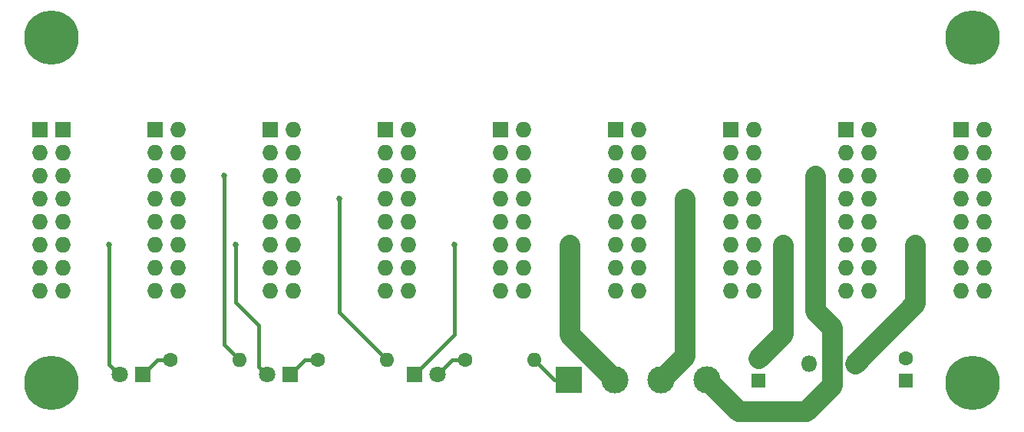
<source format=gbr>
G04 #@! TF.FileFunction,Copper,L1,Top,Signal*
%FSLAX46Y46*%
G04 Gerber Fmt 4.6, Leading zero omitted, Abs format (unit mm)*
G04 Created by KiCad (PCBNEW 4.0.6) date Wed Jun 28 00:25:45 2017*
%MOMM*%
%LPD*%
G01*
G04 APERTURE LIST*
%ADD10C,0.100000*%
%ADD11R,1.727200X1.727200*%
%ADD12O,1.727200X1.727200*%
%ADD13R,1.700000X1.700000*%
%ADD14O,1.700000X1.700000*%
%ADD15R,1.600000X1.600000*%
%ADD16C,1.600000*%
%ADD17R,1.800000X1.800000*%
%ADD18C,1.800000*%
%ADD19C,3.000000*%
%ADD20R,3.000000X3.000000*%
%ADD21O,1.600000X1.600000*%
%ADD22O,1.800000X1.800000*%
%ADD23C,6.000000*%
%ADD24C,0.600000*%
%ADD25C,0.685800*%
%ADD26C,2.286000*%
%ADD27C,0.406400*%
G04 APERTURE END LIST*
D10*
D11*
X69850000Y-76200000D03*
D12*
X72390000Y-76200000D03*
X69850000Y-78740000D03*
X72390000Y-78740000D03*
X69850000Y-81280000D03*
X72390000Y-81280000D03*
X69850000Y-83820000D03*
X72390000Y-83820000D03*
X69850000Y-86360000D03*
X72390000Y-86360000D03*
X69850000Y-88900000D03*
X72390000Y-88900000D03*
X69850000Y-91440000D03*
X72390000Y-91440000D03*
X69850000Y-93980000D03*
X72390000Y-93980000D03*
D11*
X171450000Y-76200000D03*
D12*
X173990000Y-76200000D03*
X171450000Y-78740000D03*
X173990000Y-78740000D03*
X171450000Y-81280000D03*
X173990000Y-81280000D03*
X171450000Y-83820000D03*
X173990000Y-83820000D03*
X171450000Y-86360000D03*
X173990000Y-86360000D03*
X171450000Y-88900000D03*
X173990000Y-88900000D03*
X171450000Y-91440000D03*
X173990000Y-91440000D03*
X171450000Y-93980000D03*
X173990000Y-93980000D03*
D11*
X120650000Y-76200000D03*
D12*
X123190000Y-76200000D03*
X120650000Y-78740000D03*
X123190000Y-78740000D03*
X120650000Y-81280000D03*
X123190000Y-81280000D03*
X120650000Y-83820000D03*
X123190000Y-83820000D03*
X120650000Y-86360000D03*
X123190000Y-86360000D03*
X120650000Y-88900000D03*
X123190000Y-88900000D03*
X120650000Y-91440000D03*
X123190000Y-91440000D03*
X120650000Y-93980000D03*
X123190000Y-93980000D03*
D11*
X133350000Y-76200000D03*
D12*
X135890000Y-76200000D03*
X133350000Y-78740000D03*
X135890000Y-78740000D03*
X133350000Y-81280000D03*
X135890000Y-81280000D03*
X133350000Y-83820000D03*
X135890000Y-83820000D03*
X133350000Y-86360000D03*
X135890000Y-86360000D03*
X133350000Y-88900000D03*
X135890000Y-88900000D03*
X133350000Y-91440000D03*
X135890000Y-91440000D03*
X133350000Y-93980000D03*
X135890000Y-93980000D03*
D11*
X146050000Y-76200000D03*
D12*
X148590000Y-76200000D03*
X146050000Y-78740000D03*
X148590000Y-78740000D03*
X146050000Y-81280000D03*
X148590000Y-81280000D03*
X146050000Y-83820000D03*
X148590000Y-83820000D03*
X146050000Y-86360000D03*
X148590000Y-86360000D03*
X146050000Y-88900000D03*
X148590000Y-88900000D03*
X146050000Y-91440000D03*
X148590000Y-91440000D03*
X146050000Y-93980000D03*
X148590000Y-93980000D03*
D11*
X158750000Y-76200000D03*
D12*
X161290000Y-76200000D03*
X158750000Y-78740000D03*
X161290000Y-78740000D03*
X158750000Y-81280000D03*
X161290000Y-81280000D03*
X158750000Y-83820000D03*
X161290000Y-83820000D03*
X158750000Y-86360000D03*
X161290000Y-86360000D03*
X158750000Y-88900000D03*
X161290000Y-88900000D03*
X158750000Y-91440000D03*
X161290000Y-91440000D03*
X158750000Y-93980000D03*
X161290000Y-93980000D03*
D13*
X171450000Y-76200000D03*
D14*
X173990000Y-76200000D03*
X171450000Y-78740000D03*
X173990000Y-78740000D03*
X171450000Y-81280000D03*
X173990000Y-81280000D03*
X171450000Y-83820000D03*
X173990000Y-83820000D03*
X171450000Y-86360000D03*
X173990000Y-86360000D03*
X171450000Y-88900000D03*
X173990000Y-88900000D03*
X171450000Y-91440000D03*
X173990000Y-91440000D03*
X171450000Y-93980000D03*
X173990000Y-93980000D03*
D13*
X72390000Y-76200000D03*
D14*
X69850000Y-76200000D03*
X72390000Y-78740000D03*
X69850000Y-78740000D03*
X72390000Y-81280000D03*
X69850000Y-81280000D03*
X72390000Y-83820000D03*
X69850000Y-83820000D03*
X72390000Y-86360000D03*
X69850000Y-86360000D03*
X72390000Y-88900000D03*
X69850000Y-88900000D03*
X72390000Y-91440000D03*
X69850000Y-91440000D03*
X72390000Y-93980000D03*
X69850000Y-93980000D03*
D15*
X149072600Y-103936800D03*
D16*
X149072600Y-101436800D03*
D15*
X165328600Y-103936800D03*
D16*
X165328600Y-101436800D03*
D17*
X111125000Y-103251000D03*
D18*
X113665000Y-103251000D03*
D17*
X97409000Y-103251000D03*
D18*
X94869000Y-103251000D03*
D17*
X81153000Y-103251000D03*
D18*
X78613000Y-103251000D03*
D19*
X133273800Y-103835200D03*
X138353800Y-103835200D03*
D20*
X128193800Y-103835200D03*
D19*
X143433800Y-103835200D03*
D16*
X116713000Y-101600000D03*
D21*
X124333000Y-101600000D03*
D16*
X100457000Y-101600000D03*
D21*
X108077000Y-101600000D03*
D16*
X84201000Y-101600000D03*
D21*
X91821000Y-101600000D03*
D17*
X159740600Y-102031800D03*
D22*
X157200600Y-102031800D03*
X154660600Y-102031800D03*
D11*
X82550000Y-76200000D03*
D12*
X85090000Y-76200000D03*
X82550000Y-78740000D03*
X85090000Y-78740000D03*
X82550000Y-81280000D03*
X85090000Y-81280000D03*
X82550000Y-83820000D03*
X85090000Y-83820000D03*
X82550000Y-86360000D03*
X85090000Y-86360000D03*
X82550000Y-88900000D03*
X85090000Y-88900000D03*
X82550000Y-91440000D03*
X85090000Y-91440000D03*
X82550000Y-93980000D03*
X85090000Y-93980000D03*
D11*
X95250000Y-76200000D03*
D12*
X97790000Y-76200000D03*
X95250000Y-78740000D03*
X97790000Y-78740000D03*
X95250000Y-81280000D03*
X97790000Y-81280000D03*
X95250000Y-83820000D03*
X97790000Y-83820000D03*
X95250000Y-86360000D03*
X97790000Y-86360000D03*
X95250000Y-88900000D03*
X97790000Y-88900000D03*
X95250000Y-91440000D03*
X97790000Y-91440000D03*
X95250000Y-93980000D03*
X97790000Y-93980000D03*
D11*
X107950000Y-76200000D03*
D12*
X110490000Y-76200000D03*
X107950000Y-78740000D03*
X110490000Y-78740000D03*
X107950000Y-81280000D03*
X110490000Y-81280000D03*
X107950000Y-83820000D03*
X110490000Y-83820000D03*
X107950000Y-86360000D03*
X110490000Y-86360000D03*
X107950000Y-88900000D03*
X110490000Y-88900000D03*
X107950000Y-91440000D03*
X110490000Y-91440000D03*
X107950000Y-93980000D03*
X110490000Y-93980000D03*
D23*
X71120000Y-104140000D03*
D24*
X73370000Y-104140000D03*
X72710990Y-105730990D03*
X71120000Y-106390000D03*
X69529010Y-105730990D03*
X68870000Y-104140000D03*
X69529010Y-102549010D03*
X71120000Y-101890000D03*
X72710990Y-102549010D03*
D23*
X71120000Y-66040000D03*
D24*
X73370000Y-66040000D03*
X72710990Y-67630990D03*
X71120000Y-68290000D03*
X69529010Y-67630990D03*
X68870000Y-66040000D03*
X69529010Y-64449010D03*
X71120000Y-63790000D03*
X72710990Y-64449010D03*
D23*
X172720000Y-104140000D03*
D24*
X174970000Y-104140000D03*
X174310990Y-105730990D03*
X172720000Y-106390000D03*
X171129010Y-105730990D03*
X170470000Y-104140000D03*
X171129010Y-102549010D03*
X172720000Y-101890000D03*
X174310990Y-102549010D03*
D23*
X172720000Y-66040000D03*
D24*
X174970000Y-66040000D03*
X174310990Y-67630990D03*
X172720000Y-68290000D03*
X171129010Y-67630990D03*
X170470000Y-66040000D03*
X171129010Y-64449010D03*
X172720000Y-63790000D03*
X174310990Y-64449010D03*
D25*
X155321000Y-81356200D03*
X90170000Y-81280000D03*
X140970000Y-83820000D03*
X102870000Y-83820000D03*
X151765000Y-88900000D03*
X166370000Y-88900000D03*
X128270000Y-88900000D03*
X115570000Y-88900000D03*
X91440000Y-88900000D03*
X77470000Y-88900000D03*
D26*
X154305000Y-107315000D02*
X157200600Y-104419400D01*
X146913600Y-107315000D02*
X154305000Y-107315000D01*
X143433800Y-103835200D02*
X146913600Y-107315000D01*
X157200600Y-104419400D02*
X157200600Y-102031800D01*
X157200600Y-102031800D02*
X157200600Y-98120200D01*
X155321000Y-96240600D02*
X155321000Y-81356200D01*
X157200600Y-98120200D02*
X155321000Y-96240600D01*
D27*
X91821000Y-101600000D02*
X90170000Y-99949000D01*
X90170000Y-99949000D02*
X90170000Y-81280000D01*
D26*
X138353800Y-103835200D02*
X140970000Y-101219000D01*
X140970000Y-101219000D02*
X140970000Y-83820000D01*
D27*
X108077000Y-101600000D02*
X102870000Y-96393000D01*
X102870000Y-96393000D02*
X102870000Y-83820000D01*
D26*
X149072600Y-101436800D02*
X151765000Y-98744400D01*
X151765000Y-98744400D02*
X151765000Y-88900000D01*
X159740600Y-102031800D02*
X166370000Y-95402400D01*
X166370000Y-95402400D02*
X166370000Y-88900000D01*
X133273800Y-103835200D02*
X128270000Y-98831400D01*
X128270000Y-98831400D02*
X128270000Y-88900000D01*
D27*
X111125000Y-103251000D02*
X115570000Y-98806000D01*
X115570000Y-98806000D02*
X115570000Y-88900000D01*
X94869000Y-103251000D02*
X93980000Y-102362000D01*
X91440000Y-95250000D02*
X91440000Y-88900000D01*
X93980000Y-97790000D02*
X91440000Y-95250000D01*
X93980000Y-102362000D02*
X93980000Y-97790000D01*
X78613000Y-103251000D02*
X77470000Y-102108000D01*
X77470000Y-102108000D02*
X77470000Y-88900000D01*
X124333000Y-101600000D02*
X126568200Y-103835200D01*
X126568200Y-103835200D02*
X128193800Y-103835200D01*
X113665000Y-103251000D02*
X115316000Y-101600000D01*
X115316000Y-101600000D02*
X116713000Y-101600000D01*
X97409000Y-103251000D02*
X99060000Y-101600000D01*
X99060000Y-101600000D02*
X100457000Y-101600000D01*
X81153000Y-103251000D02*
X82804000Y-101600000D01*
X82804000Y-101600000D02*
X84201000Y-101600000D01*
M02*

</source>
